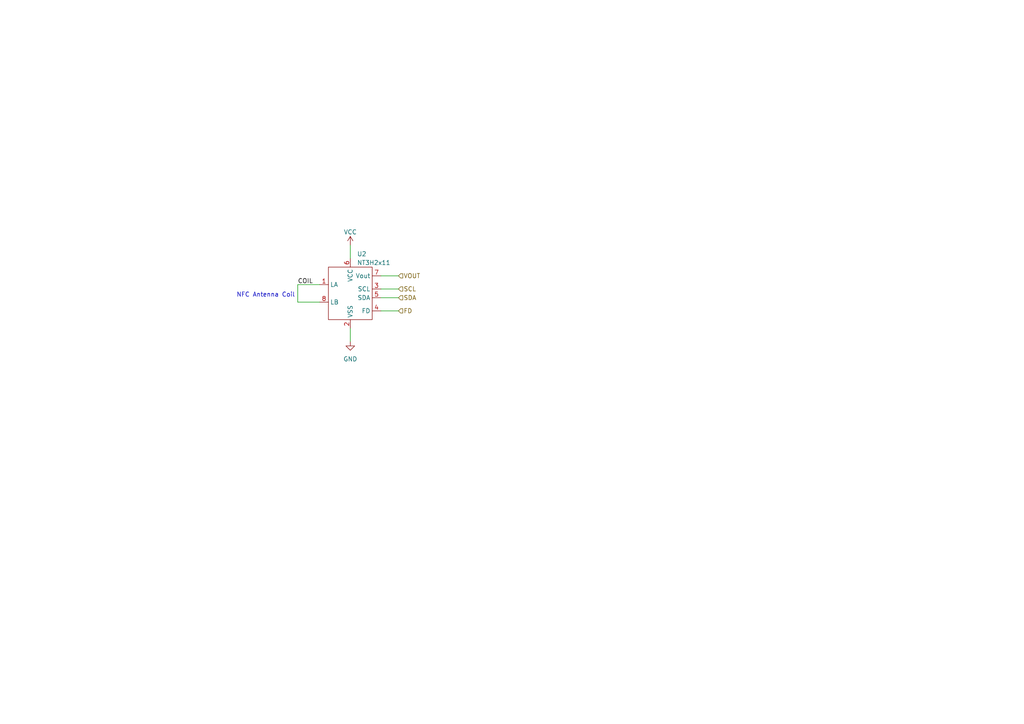
<source format=kicad_sch>
(kicad_sch (version 20230121) (generator eeschema)
  (paper "A4")
  (title_block (title "NFC NTAG I2C tag") (date "2023-05-07") (rev "1.0") (comment 1 "CC-BY-SA"))
  (lib_symbols
    (symbol "NFC:NT3H2x11"
      (property "Reference" "U" (at 0 0 0))
      (property "Value" "NT3H2x11" (at 0 0 0))
      (symbol "NT3H2x11_0_1"
        (rectangle (start -6.35 7.62) (end 6.35 -7.62))
      )
      (symbol "NT3H2x11_1_1"
        (pin unspecified line (at -8.89 2.54 0) (length 2.54) (name "LA") (number "1"))
        (pin power_in line (at 0 -10.16 90) (length 2.54) (name "VSS") (number "2"))
        (pin input line (at 8.89 1.27 180) (length 2.54) (name "SCL") (number "3"))
        (pin output line (at 8.89 -5.08 180) (length 2.54) (name "FD") (number "4"))
        (pin bidirectional line (at 8.89 -1.27 180) (length 2.54) (name "SDA") (number "5"))
        (pin power_in line (at 0 10.16 270) (length 2.54) (name "VCC") (number "6"))
        (pin power_out line (at 8.89 5.08 180) (length 2.54) (name "Vout") (number "7"))
        (pin unspecified line (at -8.89 -2.54 0) (length 2.54) (name "LB") (number "8"))
      )
    )
    (symbol "power:GND" (power) (pin_names (offset 0))
      (property "Value" "GND" (at 0 -3.81 0))
      (symbol "GND_0_1"
        (polyline (pts (xy 0 0) (xy 0 -1.27) (xy 1.27 -1.27) (xy 0 -2.54) (xy -1.27 -1.27) (xy 0 -1.27)))
      )
      (symbol "GND_1_1"
        (pin power_in line (at 0 0 270) (length 0) hide (name "GND") (number "1"))
      )
    )
    (symbol "power:VCC" (power) (pin_names (offset 0))
      (property "Value" "VCC" (at 0 3.81 0))
      (symbol "VCC_0_1"
        (polyline (pts (xy -0.762 1.27) (xy 0 2.54)))
        (polyline (pts (xy 0 0) (xy 0 2.54)))
        (polyline (pts (xy 0 2.54) (xy 0.762 1.27)))
      )
      (symbol "VCC_1_1"
        (pin power_in line (at 0 0 90) (length 0) hide (name "VCC") (number "1"))
      )
    )
  )
  (wire (pts (xy 110.49 90.17) (xy 115.57 90.17)))
  (wire (pts (xy 86.36 82.55) (xy 86.36 87.63)))
  (wire (pts (xy 110.49 86.36) (xy 115.57 86.36)))
  (wire (pts (xy 101.6 95.25) (xy 101.6 99.06)))
  (wire (pts (xy 86.36 87.63) (xy 92.71 87.63)))
  (wire (pts (xy 92.71 82.55) (xy 86.36 82.55)))
  (wire (pts (xy 101.6 71.12) (xy 101.6 74.93)))
  (wire (pts (xy 110.49 80.01) (xy 115.57 80.01)))
  (wire (pts (xy 110.49 83.82) (xy 115.57 83.82)))
  (text "NFC Antenna Coil" (at 68.58 86.36 0) (effects (font (size 1.27 1.27)) (justify left bottom)))
  (label "COIL" (at 86.36 82.55 0))
  (hierarchical_label "FD" (shape input) (at 115.57 90.17 0))
  (hierarchical_label "SDA" (shape input) (at 115.57 86.36 0))
  (hierarchical_label "SCL" (shape input) (at 115.57 83.82 0))
  (hierarchical_label "VOUT" (shape input) (at 115.57 80.01 0))
  (symbol (lib_id "power:GND") (at 101.6 99.06 0) (unit 1)
    (property "Reference" "#PWR02" (effects hide))
    (property "Value" "GND" (at 101.6 104.14 0))
  )
  (symbol (lib_id "power:VCC") (at 101.6 71.12 0) (unit 1)
    (property "Reference" "#PWR01" (effects hide))
    (property "Value" "VCC" (at 101.6 67.31 0))
  )
  (symbol (lib_id "NFC:NT3H2x11") (at 101.6 85.09 0) (unit 1)
    (property "Reference" "U2" (at 103.5559 73.66 0) (effects (justify left)))
    (property "Value" "NT3H2x11" (at 103.5559 76.2 0) (effects (justify left)))
    (property "Footprint" "Package_SO:TSSOP-8_3x3mm_P0.65mm" (effects hide))
    (property "Datasheet" "https://www.nxp.com/docs/en/data-sheet/NT3H2111_2211.pdf" (effects hide))
  )
)
</source>
